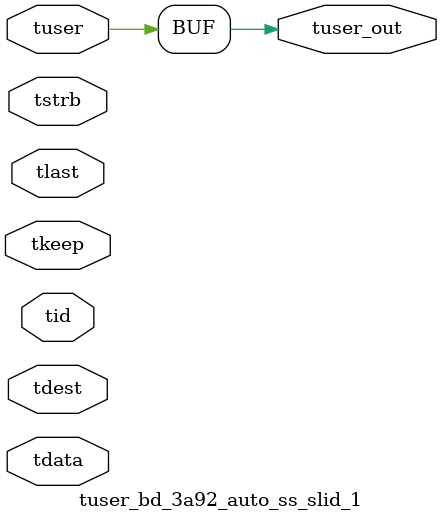
<source format=v>


`timescale 1ps/1ps

module tuser_bd_3a92_auto_ss_slid_1 #
(
parameter C_S_AXIS_TUSER_WIDTH = 1,
parameter C_S_AXIS_TDATA_WIDTH = 32,
parameter C_S_AXIS_TID_WIDTH   = 0,
parameter C_S_AXIS_TDEST_WIDTH = 0,
parameter C_M_AXIS_TUSER_WIDTH = 1
)
(
input  [(C_S_AXIS_TUSER_WIDTH == 0 ? 1 : C_S_AXIS_TUSER_WIDTH)-1:0     ] tuser,
input  [(C_S_AXIS_TDATA_WIDTH == 0 ? 1 : C_S_AXIS_TDATA_WIDTH)-1:0     ] tdata,
input  [(C_S_AXIS_TID_WIDTH   == 0 ? 1 : C_S_AXIS_TID_WIDTH)-1:0       ] tid,
input  [(C_S_AXIS_TDEST_WIDTH == 0 ? 1 : C_S_AXIS_TDEST_WIDTH)-1:0     ] tdest,
input  [(C_S_AXIS_TDATA_WIDTH/8)-1:0 ] tkeep,
input  [(C_S_AXIS_TDATA_WIDTH/8)-1:0 ] tstrb,
input                                                                    tlast,
output [C_M_AXIS_TUSER_WIDTH-1:0] tuser_out
);

assign tuser_out = {tuser[0:0]};

endmodule


</source>
